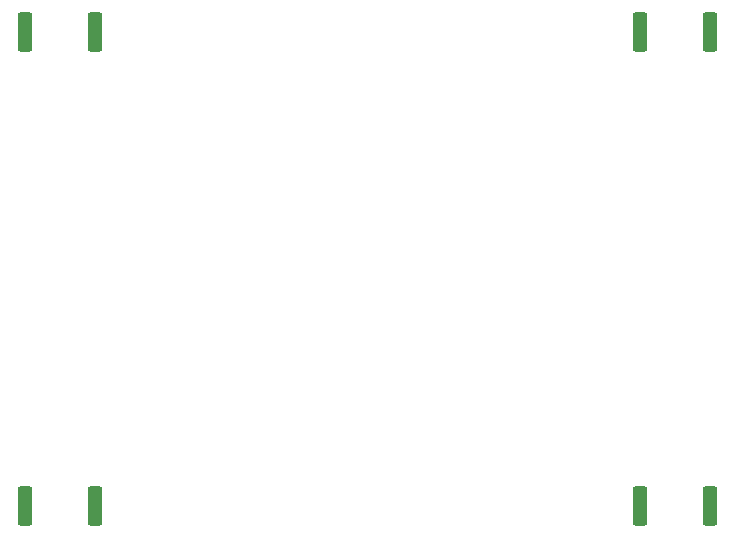
<source format=gbr>
%TF.GenerationSoftware,KiCad,Pcbnew,6.0.0*%
%TF.CreationDate,2022-01-11T19:34:27+01:00*%
%TF.ProjectId,main,6d61696e-2e6b-4696-9361-645f70636258,v.1.1.0*%
%TF.SameCoordinates,Original*%
%TF.FileFunction,Paste,Bot*%
%TF.FilePolarity,Positive*%
%FSLAX46Y46*%
G04 Gerber Fmt 4.6, Leading zero omitted, Abs format (unit mm)*
G04 Created by KiCad (PCBNEW 6.0.0) date 2022-01-11 19:34:27*
%MOMM*%
%LPD*%
G01*
G04 APERTURE LIST*
G04 Aperture macros list*
%AMRoundRect*
0 Rectangle with rounded corners*
0 $1 Rounding radius*
0 $2 $3 $4 $5 $6 $7 $8 $9 X,Y pos of 4 corners*
0 Add a 4 corners polygon primitive as box body*
4,1,4,$2,$3,$4,$5,$6,$7,$8,$9,$2,$3,0*
0 Add four circle primitives for the rounded corners*
1,1,$1+$1,$2,$3*
1,1,$1+$1,$4,$5*
1,1,$1+$1,$6,$7*
1,1,$1+$1,$8,$9*
0 Add four rect primitives between the rounded corners*
20,1,$1+$1,$2,$3,$4,$5,0*
20,1,$1+$1,$4,$5,$6,$7,0*
20,1,$1+$1,$6,$7,$8,$9,0*
20,1,$1+$1,$8,$9,$2,$3,0*%
G04 Aperture macros list end*
%ADD10RoundRect,0.250000X-0.362500X-1.425000X0.362500X-1.425000X0.362500X1.425000X-0.362500X1.425000X0*%
G04 APERTURE END LIST*
D10*
%TO.C,R40*%
X178647500Y-102616000D03*
X184572500Y-102616000D03*
%TD*%
%TO.C,R41*%
X126577500Y-102616000D03*
X132502500Y-102616000D03*
%TD*%
%TO.C,R16*%
X178647500Y-62484000D03*
X184572500Y-62484000D03*
%TD*%
%TO.C,R17*%
X126577500Y-62484000D03*
X132502500Y-62484000D03*
%TD*%
M02*

</source>
